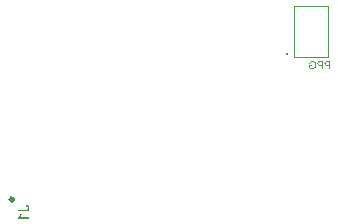
<source format=gbr>
%TF.GenerationSoftware,Altium Limited,Altium Designer,21.8.1 (53)*%
G04 Layer_Color=39423*
%FSLAX45Y45*%
%MOMM*%
%TF.SameCoordinates,7374835A-4B4A-4399-96A1-91FF428CB2AC*%
%TF.FilePolarity,Positive*%
%TF.FileFunction,Legend,Bot*%
%TF.Part,Single*%
G01*
G75*
%TA.AperFunction,NonConductor*%
%ADD19C,0.33020*%
%ADD20C,0.20000*%
%ADD21C,0.10000*%
G36*
X505718Y237404D02*
X508004Y237023D01*
X510163Y236642D01*
X512068Y236134D01*
X513846Y235626D01*
X515497Y234991D01*
X517021Y234483D01*
X518291Y233848D01*
X519434Y233213D01*
X520323Y232578D01*
X521085Y232070D01*
X521720Y231689D01*
X522101Y231308D01*
X522355Y231181D01*
X522482Y231054D01*
X523752Y229657D01*
X524895Y228260D01*
X525911Y226736D01*
X526673Y225085D01*
X527435Y223434D01*
X528070Y221783D01*
X528959Y218608D01*
X529213Y217211D01*
X529467Y215814D01*
X529594Y214544D01*
X529721Y213528D01*
X529848Y212639D01*
Y211369D01*
X529721Y208194D01*
X529340Y205273D01*
X528705Y202733D01*
X528070Y200574D01*
X527562Y198669D01*
X526927Y197399D01*
X526673Y196891D01*
X526546Y196510D01*
X526419Y196383D01*
Y196256D01*
X524895Y193970D01*
X523244Y192065D01*
X521593Y190414D01*
X519942Y189144D01*
X518418Y188128D01*
X517275Y187366D01*
X516767Y187112D01*
X516386Y186985D01*
X516259Y186858D01*
X516132D01*
X514862Y186350D01*
X513338Y185842D01*
X510290Y185080D01*
X507115Y184572D01*
X504067Y184191D01*
X502670Y184064D01*
X501273Y183937D01*
X500130D01*
X499114Y183810D01*
X498225D01*
X497590D01*
X497209D01*
X497082D01*
X430534D01*
Y196764D01*
X497844D01*
X500765D01*
X503305Y197018D01*
X505337Y197145D01*
X507115Y197399D01*
X508385Y197653D01*
X509274Y197907D01*
X509909Y198034D01*
X510036Y198161D01*
X511433Y198669D01*
X512576Y199431D01*
X513592Y200193D01*
X514481Y201082D01*
X515243Y201844D01*
X515751Y202352D01*
X516005Y202860D01*
X516132Y202987D01*
X516894Y204384D01*
X517402Y205781D01*
X517783Y207178D01*
X518037Y208448D01*
X518164Y209591D01*
X518291Y210607D01*
Y211369D01*
X518164Y213655D01*
X517656Y215814D01*
X517021Y217592D01*
X516259Y218989D01*
X515497Y220259D01*
X514862Y221021D01*
X514354Y221656D01*
X514227Y221783D01*
X513338Y222418D01*
X512449Y223053D01*
X510163Y223942D01*
X507623Y224704D01*
X505083Y225212D01*
X502670Y225466D01*
X501654Y225593D01*
X500765Y225720D01*
X500003Y225847D01*
X499495D01*
X499114D01*
X498987D01*
X500638Y237531D01*
X503305D01*
X505718Y237404D01*
D02*
G37*
G36*
X465459Y156251D02*
X464443Y154092D01*
X463427Y151933D01*
X462411Y150028D01*
X461522Y148377D01*
X460760Y146980D01*
X460506Y146472D01*
X460252Y146091D01*
X460125Y145964D01*
Y145837D01*
X458601Y143297D01*
X457077Y141138D01*
X455680Y139106D01*
X454410Y137455D01*
X453394Y136185D01*
X452505Y135169D01*
X451997Y134661D01*
X451870Y134407D01*
X528197D01*
Y122469D01*
X430153D01*
Y130216D01*
X432566Y131613D01*
X434852Y133264D01*
X437138Y135042D01*
X439043Y136693D01*
X440821Y138344D01*
X442091Y139614D01*
X442599Y140122D01*
X442980Y140503D01*
X443107Y140757D01*
X443234Y140884D01*
X445647Y143805D01*
X447806Y146726D01*
X449838Y149774D01*
X451489Y152441D01*
X452759Y154854D01*
X453394Y155870D01*
X453775Y156759D01*
X454156Y157394D01*
X454410Y157902D01*
X454664Y158283D01*
Y158410D01*
X466348D01*
X465459Y156251D01*
D02*
G37*
G36*
X2928393Y1457351D02*
X2930084Y1457266D01*
X2933383Y1456843D01*
X2934905Y1456505D01*
X2936259Y1456167D01*
X2937612Y1455828D01*
X2938796Y1455406D01*
X2939896Y1455067D01*
X2940911Y1454644D01*
X2941757Y1454306D01*
X2942433Y1454052D01*
X2943025Y1453714D01*
X2943448Y1453545D01*
X2943702Y1453460D01*
X2943787Y1453376D01*
X2945140Y1452614D01*
X2946409Y1451684D01*
X2948692Y1449823D01*
X2949707Y1448808D01*
X2950638Y1447793D01*
X2951484Y1446778D01*
X2952245Y1445763D01*
X2952921Y1444833D01*
X2953514Y1443987D01*
X2954021Y1443226D01*
X2954444Y1442549D01*
X2954782Y1441957D01*
X2955036Y1441534D01*
X2955121Y1441280D01*
X2955205Y1441196D01*
X2955882Y1439673D01*
X2956474Y1438066D01*
X2957489Y1434937D01*
X2958166Y1431976D01*
X2958419Y1430538D01*
X2958588Y1429270D01*
X2958758Y1428001D01*
X2958927Y1426901D01*
X2959011Y1425886D01*
Y1425041D01*
X2959096Y1424364D01*
Y1423856D01*
Y1423518D01*
Y1423434D01*
X2959011Y1421657D01*
X2958927Y1419966D01*
X2958504Y1416667D01*
X2958166Y1415144D01*
X2957827Y1413791D01*
X2957489Y1412438D01*
X2957066Y1411169D01*
X2956728Y1410070D01*
X2956389Y1409055D01*
X2956051Y1408209D01*
X2955713Y1407448D01*
X2955459Y1406855D01*
X2955290Y1406433D01*
X2955121Y1406179D01*
Y1406094D01*
X2954359Y1404656D01*
X2953514Y1403388D01*
X2952583Y1402119D01*
X2951568Y1401019D01*
X2950638Y1399920D01*
X2949623Y1398989D01*
X2948692Y1398059D01*
X2947762Y1397298D01*
X2946832Y1396621D01*
X2946070Y1395944D01*
X2945309Y1395437D01*
X2944632Y1395014D01*
X2944125Y1394676D01*
X2943702Y1394422D01*
X2943448Y1394337D01*
X2943364Y1394253D01*
X2941841Y1393576D01*
X2940319Y1392899D01*
X2937358Y1391884D01*
X2934398Y1391208D01*
X2933045Y1390954D01*
X2931691Y1390700D01*
X2930507Y1390531D01*
X2929408Y1390447D01*
X2928393Y1390277D01*
X2927547D01*
X2926870Y1390193D01*
X2925940D01*
X2923318Y1390277D01*
X2920780Y1390616D01*
X2918412Y1391039D01*
X2916297Y1391462D01*
X2915452Y1391715D01*
X2914606Y1391969D01*
X2913845Y1392138D01*
X2913252Y1392307D01*
X2912745Y1392477D01*
X2912407Y1392646D01*
X2912153Y1392730D01*
X2912068D01*
X2909531Y1393745D01*
X2907163Y1395014D01*
X2904963Y1396198D01*
X2902933Y1397467D01*
X2902088Y1398059D01*
X2901326Y1398566D01*
X2900650Y1398989D01*
X2900058Y1399412D01*
X2899550Y1399751D01*
X2899212Y1400004D01*
X2899043Y1400173D01*
X2898958Y1400258D01*
Y1424449D01*
X2926532D01*
Y1416752D01*
X2907416D01*
Y1404572D01*
X2908600Y1403641D01*
X2909869Y1402796D01*
X2911223Y1402034D01*
X2912491Y1401358D01*
X2913675Y1400766D01*
X2914690Y1400343D01*
X2915029Y1400258D01*
X2915282Y1400089D01*
X2915452Y1400004D01*
X2915536D01*
X2917566Y1399328D01*
X2919512Y1398820D01*
X2921288Y1398397D01*
X2922979Y1398144D01*
X2924417Y1397974D01*
X2925009D01*
X2925517Y1397890D01*
X2926447D01*
X2928816Y1397974D01*
X2931099Y1398313D01*
X2933129Y1398736D01*
X2934905Y1399328D01*
X2935751Y1399581D01*
X2936428Y1399835D01*
X2937105Y1400004D01*
X2937612Y1400258D01*
X2938035Y1400427D01*
X2938373Y1400596D01*
X2938543Y1400681D01*
X2938627D01*
X2940657Y1401865D01*
X2942349Y1403218D01*
X2943871Y1404741D01*
X2945055Y1406094D01*
X2945986Y1407363D01*
X2946409Y1407955D01*
X2946662Y1408463D01*
X2946916Y1408801D01*
X2947085Y1409139D01*
X2947254Y1409308D01*
Y1409393D01*
X2948269Y1411677D01*
X2948946Y1414130D01*
X2949454Y1416582D01*
X2949876Y1418866D01*
X2949961Y1419881D01*
X2950046Y1420896D01*
X2950130Y1421742D01*
Y1422503D01*
X2950215Y1423095D01*
Y1423518D01*
Y1423856D01*
Y1423941D01*
X2950130Y1426563D01*
X2949792Y1429016D01*
X2949454Y1431215D01*
X2948946Y1433160D01*
X2948777Y1434006D01*
X2948523Y1434768D01*
X2948354Y1435444D01*
X2948100Y1436036D01*
X2948016Y1436459D01*
X2947847Y1436797D01*
X2947762Y1436967D01*
Y1437051D01*
X2947170Y1438320D01*
X2946493Y1439589D01*
X2945817Y1440688D01*
X2945224Y1441619D01*
X2944632Y1442380D01*
X2944125Y1442972D01*
X2943787Y1443310D01*
X2943702Y1443479D01*
X2942687Y1444494D01*
X2941503Y1445509D01*
X2940319Y1446271D01*
X2939219Y1446947D01*
X2938289Y1447539D01*
X2937443Y1447878D01*
X2936935Y1448131D01*
X2936851Y1448216D01*
X2936766D01*
X2935075Y1448808D01*
X2933383Y1449316D01*
X2931607Y1449654D01*
X2930000Y1449823D01*
X2928646Y1449992D01*
X2928054D01*
X2927547Y1450077D01*
X2926532D01*
X2924756Y1449992D01*
X2923064Y1449823D01*
X2921542Y1449485D01*
X2920273Y1449231D01*
X2919173Y1448893D01*
X2918327Y1448554D01*
X2917820Y1448385D01*
X2917735Y1448301D01*
X2917651D01*
X2916213Y1447624D01*
X2914944Y1446863D01*
X2913845Y1446102D01*
X2912999Y1445425D01*
X2912322Y1444748D01*
X2911815Y1444241D01*
X2911476Y1443902D01*
X2911392Y1443733D01*
X2910630Y1442634D01*
X2909869Y1441365D01*
X2909277Y1440012D01*
X2908770Y1438827D01*
X2908347Y1437643D01*
X2908008Y1436797D01*
X2907924Y1436459D01*
X2907839Y1436205D01*
X2907755Y1436036D01*
Y1435952D01*
X2899973Y1438066D01*
X2900650Y1440435D01*
X2901496Y1442549D01*
X2902257Y1444325D01*
X2903103Y1445848D01*
X2903864Y1447116D01*
X2904118Y1447624D01*
X2904456Y1447962D01*
X2904625Y1448301D01*
X2904794Y1448554D01*
X2904963Y1448639D01*
Y1448724D01*
X2906232Y1450161D01*
X2907670Y1451430D01*
X2909193Y1452530D01*
X2910630Y1453460D01*
X2911899Y1454137D01*
X2912407Y1454391D01*
X2912914Y1454644D01*
X2913337Y1454813D01*
X2913591Y1454983D01*
X2913760Y1455067D01*
X2913845D01*
X2916044Y1455828D01*
X2918243Y1456421D01*
X2920357Y1456843D01*
X2922387Y1457182D01*
X2923233Y1457266D01*
X2924079Y1457351D01*
X2924756D01*
X2925432Y1457435D01*
X2926616D01*
X2928393Y1457351D01*
D02*
G37*
G36*
X3078018Y1391292D02*
X3069391D01*
Y1417682D01*
X3052813D01*
X3050360Y1417767D01*
X3048076Y1417936D01*
X3045962Y1418189D01*
X3044016Y1418612D01*
X3042325Y1419035D01*
X3040718Y1419543D01*
X3039364Y1420050D01*
X3038096Y1420558D01*
X3037081Y1421065D01*
X3036150Y1421657D01*
X3035389Y1422080D01*
X3034797Y1422503D01*
X3034374Y1422926D01*
X3034036Y1423180D01*
X3033866Y1423349D01*
X3033782Y1423434D01*
X3032851Y1424533D01*
X3032006Y1425717D01*
X3031329Y1426901D01*
X3030737Y1428086D01*
X3030145Y1429270D01*
X3029722Y1430369D01*
X3029130Y1432653D01*
X3028876Y1433583D01*
X3028707Y1434514D01*
X3028622Y1435360D01*
X3028538Y1436121D01*
X3028453Y1436713D01*
Y1437136D01*
Y1437390D01*
Y1437474D01*
X3028538Y1439250D01*
X3028792Y1440857D01*
X3029130Y1442380D01*
X3029468Y1443733D01*
X3029806Y1444833D01*
X3030145Y1445679D01*
X3030314Y1445932D01*
X3030399Y1446186D01*
X3030483Y1446271D01*
Y1446355D01*
X3031244Y1447793D01*
X3032090Y1449062D01*
X3033021Y1450161D01*
X3033866Y1451007D01*
X3034543Y1451684D01*
X3035220Y1452191D01*
X3035558Y1452530D01*
X3035727Y1452614D01*
X3036996Y1453376D01*
X3038349Y1454052D01*
X3039618Y1454560D01*
X3040887Y1454983D01*
X3041986Y1455321D01*
X3042917Y1455490D01*
X3043255Y1455575D01*
X3043424Y1455659D01*
X3043678D01*
X3045031Y1455913D01*
X3046638Y1456082D01*
X3048330Y1456167D01*
X3049852Y1456251D01*
X3051290Y1456336D01*
X3078018D01*
Y1391292D01*
D02*
G37*
G36*
X3017458D02*
X3008830D01*
Y1417682D01*
X2992252D01*
X2989799Y1417767D01*
X2987515Y1417936D01*
X2985401Y1418189D01*
X2983456Y1418612D01*
X2981764Y1419035D01*
X2980157Y1419543D01*
X2978804Y1420050D01*
X2977535Y1420558D01*
X2976520Y1421065D01*
X2975589Y1421657D01*
X2974828Y1422080D01*
X2974236Y1422503D01*
X2973813Y1422926D01*
X2973475Y1423180D01*
X2973306Y1423349D01*
X2973221Y1423434D01*
X2972291Y1424533D01*
X2971445Y1425717D01*
X2970768Y1426901D01*
X2970176Y1428086D01*
X2969584Y1429270D01*
X2969161Y1430369D01*
X2968569Y1432653D01*
X2968315Y1433583D01*
X2968146Y1434514D01*
X2968062Y1435360D01*
X2967977Y1436121D01*
X2967892Y1436713D01*
Y1437136D01*
Y1437390D01*
Y1437474D01*
X2967977Y1439250D01*
X2968231Y1440857D01*
X2968569Y1442380D01*
X2968907Y1443733D01*
X2969246Y1444833D01*
X2969584Y1445679D01*
X2969753Y1445932D01*
X2969838Y1446186D01*
X2969922Y1446271D01*
Y1446355D01*
X2970684Y1447793D01*
X2971529Y1449062D01*
X2972460Y1450161D01*
X2973306Y1451007D01*
X2973982Y1451684D01*
X2974659Y1452191D01*
X2974997Y1452530D01*
X2975167Y1452614D01*
X2976435Y1453376D01*
X2977789Y1454052D01*
X2979057Y1454560D01*
X2980326Y1454983D01*
X2981426Y1455321D01*
X2982356Y1455490D01*
X2982694Y1455575D01*
X2982863Y1455659D01*
X2983117D01*
X2984471Y1455913D01*
X2986078Y1456082D01*
X2987769Y1456167D01*
X2989292Y1456251D01*
X2990730Y1456336D01*
X3017458D01*
Y1391292D01*
D02*
G37*
%LPC*%
G36*
X3069391Y1448639D02*
X3050783D01*
X3049091Y1448554D01*
X3047738Y1448470D01*
X3046638Y1448385D01*
X3045877Y1448216D01*
X3045285Y1448131D01*
X3044947Y1448047D01*
X3044862D01*
X3043678Y1447624D01*
X3042578Y1447032D01*
X3041648Y1446440D01*
X3040887Y1445763D01*
X3040295Y1445171D01*
X3039787Y1444664D01*
X3039533Y1444325D01*
X3039449Y1444156D01*
X3038772Y1443057D01*
X3038265Y1441872D01*
X3037842Y1440688D01*
X3037588Y1439589D01*
X3037419Y1438658D01*
X3037334Y1437897D01*
Y1437390D01*
Y1437305D01*
Y1437220D01*
X3037503Y1435190D01*
X3037926Y1433499D01*
X3038434Y1431976D01*
X3039111Y1430708D01*
X3039787Y1429693D01*
X3040295Y1429016D01*
X3040718Y1428593D01*
X3040887Y1428424D01*
X3041563Y1427916D01*
X3042409Y1427409D01*
X3044185Y1426648D01*
X3046131Y1426140D01*
X3048076Y1425802D01*
X3049852Y1425548D01*
X3050614Y1425463D01*
X3051290D01*
X3051882Y1425379D01*
X3069391D01*
Y1448639D01*
D02*
G37*
G36*
X3008830D02*
X2990222D01*
X2988530Y1448554D01*
X2987177Y1448470D01*
X2986078Y1448385D01*
X2985316Y1448216D01*
X2984724Y1448131D01*
X2984386Y1448047D01*
X2984301D01*
X2983117Y1447624D01*
X2982018Y1447032D01*
X2981087Y1446440D01*
X2980326Y1445763D01*
X2979734Y1445171D01*
X2979226Y1444664D01*
X2978973Y1444325D01*
X2978888Y1444156D01*
X2978211Y1443057D01*
X2977704Y1441872D01*
X2977281Y1440688D01*
X2977027Y1439589D01*
X2976858Y1438658D01*
X2976774Y1437897D01*
Y1437390D01*
Y1437305D01*
Y1437220D01*
X2976943Y1435190D01*
X2977366Y1433499D01*
X2977873Y1431976D01*
X2978550Y1430708D01*
X2979226Y1429693D01*
X2979734Y1429016D01*
X2980157Y1428593D01*
X2980326Y1428424D01*
X2981003Y1427916D01*
X2981848Y1427409D01*
X2983625Y1426648D01*
X2985570Y1426140D01*
X2987515Y1425802D01*
X2989292Y1425548D01*
X2990053Y1425463D01*
X2990730D01*
X2991322Y1425379D01*
X3008830D01*
Y1448639D01*
D02*
G37*
%LPD*%
D19*
X396300Y286860D02*
G03*
X396300Y286860I-15240J0D01*
G01*
D20*
X2714507Y1516708D02*
G03*
X2704507Y1516708I-5000J0D01*
G01*
D02*
G03*
X2714507Y1516708I5000J0D01*
G01*
D21*
X2769507Y1491707D02*
Y1921708D01*
X3059507D01*
Y1491707D02*
Y1921708D01*
X2769507Y1491707D02*
X3059507D01*
%TF.MD5,3e4b0567ee4328a8456b22171390cea8*%
M02*

</source>
